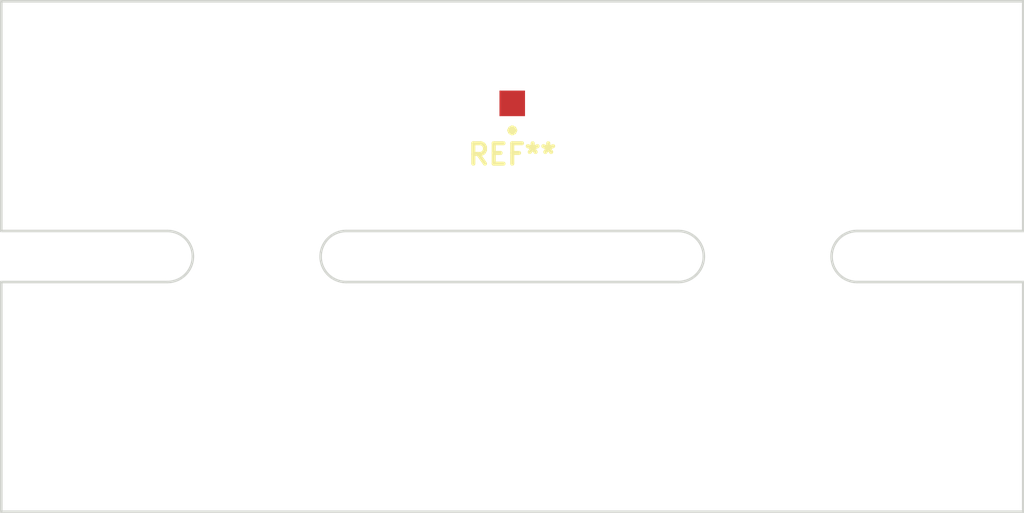
<source format=kicad_pcb>
(kicad_pcb (version 20241229) (generator "pcbnew") (generator_version "9.0")
  (title_block (title "PCB only") (date "2026-01-29") (rev "1") (comment 1 "-") (comment 2 "-"))
  (layers (0 "F.Cu" signal) (2 "B.Cu" signal) (13 "F.Paste" user) (15 "B.Paste" user) (5 "F.SilkS" user "F.Silkscreen") (7 "B.SilkS" user "B.Silkscreen") (1 "F.Mask" user) (3 "B.Mask" user) (25 "Edge.Cuts" user))
  (net 0 "")
  (footprint "lily_footprints:mec_mouse_bytes" (layer "F.Cu") (at 140 100)
    (property "Reference" "REF**" (hide yes))
    (property "Value" "mec_mouse_bytes" (hide yes))
    (fp_arc (start -3.5 -1) (mid -2.5 0) (end -3.5 1) (stroke (width 0.1)) (layer "Edge.Cuts"))
    (fp_arc (start 3.5 1) (mid 2.5 0) (end 3.5 -1) (stroke (width 0.1)) (layer "Edge.Cuts"))
    (pad "" np_thru_hole circle (at -2 -1.25) (size 0.5 0.5) (drill 0.5) (layers "*.Cu" "*.Mask"))
    (pad "" np_thru_hole circle (at -2 1.25) (size 0.5 0.5) (drill 0.5) (layers "*.Cu" "*.Mask"))
    (pad "" np_thru_hole circle (at -1 -1.25) (size 0.5 0.5) (drill 0.5) (layers "*.Cu" "*.Mask"))
    (pad "" np_thru_hole circle (at -1 1.25) (size 0.5 0.5) (drill 0.5) (layers "*.Cu" "*.Mask"))
    (pad "" np_thru_hole circle (at 0 -1.25) (size 0.5 0.5) (drill 0.5) (layers "*.Cu" "*.Mask"))
    (pad "" np_thru_hole circle (at 0 1.25) (size 0.5 0.5) (drill 0.5) (layers "*.Cu" "*.Mask"))
    (pad "" np_thru_hole circle (at 1 -1.25) (size 0.5 0.5) (drill 0.5) (layers "*.Cu" "*.Mask"))
    (pad "" np_thru_hole circle (at 1 1.25) (size 0.5 0.5) (drill 0.5) (layers "*.Cu" "*.Mask"))
    (pad "" np_thru_hole circle (at 2 -1.25) (size 0.5 0.5) (drill 0.5) (layers "*.Cu" "*.Mask"))
    (pad "" np_thru_hole circle (at 2 1.25) (size 0.5 0.5) (drill 0.5) (layers "*.Cu" "*.Mask"))
  )
  (footprint "lily_footprints:mec_mouse_bytes" (layer "F.Cu") (at 160 100)
    (property "Reference" "REF**" (hide yes))
    (property "Value" "mec_mouse_bytes" (hide yes))
    (fp_arc (start -3.5 -1) (mid -2.5 0) (end -3.5 1) (stroke (width 0.1)) (layer "Edge.Cuts"))
    (fp_arc (start 3.5 1) (mid 2.5 0) (end 3.5 -1) (stroke (width 0.1)) (layer "Edge.Cuts"))
    (pad "" np_thru_hole circle (at -2 -1.25) (size 0.5 0.5) (drill 0.5) (layers "*.Cu" "*.Mask"))
    (pad "" np_thru_hole circle (at -2 1.25) (size 0.5 0.5) (drill 0.5) (layers "*.Cu" "*.Mask"))
    (pad "" np_thru_hole circle (at -1 -1.25) (size 0.5 0.5) (drill 0.5) (layers "*.Cu" "*.Mask"))
    (pad "" np_thru_hole circle (at -1 1.25) (size 0.5 0.5) (drill 0.5) (layers "*.Cu" "*.Mask"))
    (pad "" np_thru_hole circle (at 0 -1.25) (size 0.5 0.5) (drill 0.5) (layers "*.Cu" "*.Mask"))
    (pad "" np_thru_hole circle (at 0 1.25) (size 0.5 0.5) (drill 0.5) (layers "*.Cu" "*.Mask"))
    (pad "" np_thru_hole circle (at 1 -1.25) (size 0.5 0.5) (drill 0.5) (layers "*.Cu" "*.Mask"))
    (pad "" np_thru_hole circle (at 1 1.25) (size 0.5 0.5) (drill 0.5) (layers "*.Cu" "*.Mask"))
    (pad "" np_thru_hole circle (at 2 -1.25) (size 0.5 0.5) (drill 0.5) (layers "*.Cu" "*.Mask"))
    (pad "" np_thru_hole circle (at 2 1.25) (size 0.5 0.5) (drill 0.5) (layers "*.Cu" "*.Mask"))
  )
  (footprint "lily_footprints:0_new_footprint" (layer "F.Cu") (at 150 94)
    (property "Reference" "REF**" (at 0 2 0) (layer "F.SilkS") (effects (font (size 0.8 0.8) (thickness 0.16))))
    (property "Value" "0_new_footprint" (hide yes))
    (property "Pin_1_mark" "•" (at 0 1 0) (layer "F.SilkS") (effects (font (size 0.8 0.8) (thickness 0.16))))
    (pad "1" smd rect (at 0 0) (size 1 1) (layers "F.Cu" "F.Mask" "F.Paste"))
  )
  (gr_line (start 170 110) (end 130 110) (stroke (width 0.1)) (layer "Edge.Cuts"))
  (gr_line (start 156.5 99) (end 143.5 99) (stroke (width 0.1)) (layer "Edge.Cuts"))
  (gr_line (start 163.5 101) (end 170 101) (stroke (width 0.1)) (layer "Edge.Cuts"))
  (gr_line (start 136.5 99) (end 130 99) (stroke (width 0.1)) (layer "Edge.Cuts"))
  (gr_line (start 170 90) (end 170 99) (stroke (width 0.1)) (layer "Edge.Cuts"))
  (gr_line (start 143.5 101) (end 156.5 101) (stroke (width 0.1)) (layer "Edge.Cuts"))
  (gr_line (start 130 101) (end 136.5 101) (stroke (width 0.1)) (layer "Edge.Cuts"))
  (gr_line (start 130 90) (end 170 90) (stroke (width 0.1)) (layer "Edge.Cuts"))
  (gr_line (start 130 99) (end 130 90) (stroke (width 0.1)) (layer "Edge.Cuts"))
  (gr_line (start 170 99) (end 163.5 99) (stroke (width 0.1)) (layer "Edge.Cuts"))
  (gr_line (start 170 101) (end 170 110) (stroke (width 0.1)) (layer "Edge.Cuts"))
  (gr_line (start 130 110) (end 130 101) (stroke (width 0.1)) (layer "Edge.Cuts"))
)
</source>
